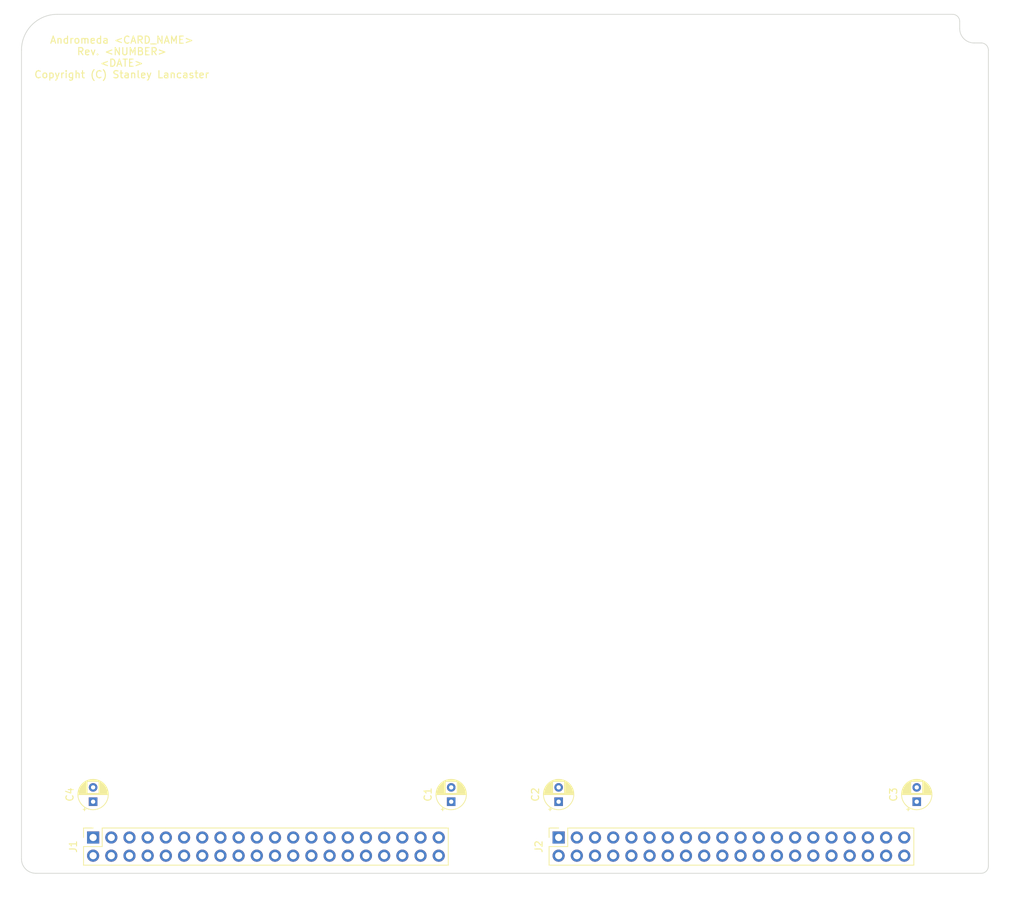
<source format=kicad_pcb>
(kicad_pcb (version 20211014) (generator pcbnew)
  (layers (0 "F.Cu" signal) (31 "B.Cu" signal) (34 "B.Paste" user) (35 "F.Paste" user) (36 "B.SilkS" user "B.Silkscreen") (37 "F.SilkS" user "F.Silkscreen") (38 "B.Mask" user) (39 "F.Mask" user) (44 "Edge.Cuts" user))
  (net 0 "")
  (net 1 "VCC")
  (net 2 "GND")
  (net 3 "/A2")
  (net 4 "/A39")
  (net 5 "/A3")
  (net 6 "/A38")
  (net 7 "/A4")
  (net 8 "/A37")
  (net 9 "/A5")
  (net 10 "/A36")
  (net 11 "/A6")
  (net 12 "/A35")
  (net 13 "/A7")
  (net 14 "/A34")
  (net 15 "/A8")
  (net 16 "/A33")
  (net 17 "/A9")
  (net 18 "/A32")
  (net 19 "/A10")
  (net 20 "/A31")
  (net 21 "/A11")
  (net 22 "/A30")
  (net 23 "/A12")
  (net 24 "/A29")
  (net 25 "/A13")
  (net 26 "/A28")
  (net 27 "/A14")
  (net 28 "/A27")
  (net 29 "/A15")
  (net 30 "/A26")
  (net 31 "/A16")
  (net 32 "/A25")
  (net 33 "/A17")
  (net 34 "/A24")
  (net 35 "/A18")
  (net 36 "/A23")
  (net 37 "/A19")
  (net 38 "/A22")
  (net 39 "/B2")
  (net 40 "/B39")
  (net 41 "/B3")
  (net 42 "/B38")
  (net 43 "/B4")
  (net 44 "/B37")
  (net 45 "/B5")
  (net 46 "/B36")
  (net 47 "/B6")
  (net 48 "/B35")
  (net 49 "/B7")
  (net 50 "/B34")
  (net 51 "/B8")
  (net 52 "/B33")
  (net 53 "/B9")
  (net 54 "/B32")
  (net 55 "/B10")
  (net 56 "/B31")
  (net 57 "/B11")
  (net 58 "/B30")
  (net 59 "/B12")
  (net 60 "/B29")
  (net 61 "/B13")
  (net 62 "/B28")
  (net 63 "/B14")
  (net 64 "/B27")
  (net 65 "/B15")
  (net 66 "/B26")
  (net 67 "/B16")
  (net 68 "/B25")
  (net 69 "/B17")
  (net 70 "/B24")
  (net 71 "/B18")
  (net 72 "/B23")
  (net 73 "/B19")
  (net 74 "/B22")
  (footprint "Capacitor_THT:CP_Radial_D4.0mm_P2.00mm" (layer "F.Cu") (at 130 145 90)
    (fp_text reference "C2" (at 1 -3.25 90) (layer "F.SilkS"))
    (fp_text value "22uf")
    (fp_line (start 1.921 -1.87) (end 1.921 -0.84) (layer "F.SilkS") (width 0.12))
    (fp_line (start 1.56 -2.005) (end 1.56 -0.84) (layer "F.SilkS") (width 0.12))
    (fp_line (start 3.041 -0.537) (end 3.041 0.537) (layer "F.SilkS") (width 0.12))
    (fp_line (start 2.801 -1.08) (end 2.801 -0.84) (layer "F.SilkS") (width 0.12))
    (fp_line (start 2.081 0.84) (end 2.081 1.785) (layer "F.SilkS") (width 0.12))
    (fp_line (start 1.881 0.84) (end 1.881 1.889) (layer "F.SilkS") (width 0.12))
    (fp_line (start 2.601 0.84) (end 2.601 1.351) (layer "F.SilkS") (width 0.12))
    (fp_line (start 1.801 -1.924) (end 1.801 -0.84) (layer "F.SilkS") (width 0.12))
    (fp_line (start 2.121 0.84) (end 2.121 1.76) (layer "F.SilkS") (width 0.12))
    (fp_line (start 2.521 -1.438) (end 2.521 -0.84) (layer "F.SilkS") (width 0.12))
    (fp_line (start 1.6 -1.994) (end 1.6 -0.84) (layer "F.SilkS") (width 0.12))
    (fp_line (start 2.641 0.84) (end 2.641 1.304) (layer "F.SilkS") (width 0.12))
    (fp_line (start 1.44 0.84) (end 1.44 2.034) (layer "F.SilkS") (width 0.12))
    (fp_line (start -1.269801 -1.195) (end -0.869801 -1.195) (layer "F.SilkS") (width 0.12))
    (fp_line (start 1.08 -2.079) (end 1.08 2.079) (layer "F.SilkS") (width 0.12))
    (fp_line (start 1.28 -2.062) (end 1.28 -0.84) (layer "F.SilkS") (width 0.12))
    (fp_line (start 1.2 -2.071) (end 1.2 -0.84) (layer "F.SilkS") (width 0.12))
    (fp_line (start 1.12 -2.077) (end 1.12 2.077) (layer "F.SilkS") (width 0.12))
    (fp_line (start 1.961 0.84) (end 1.961 1.851) (layer "F.SilkS") (width 0.12))
    (fp_line (start 2.681 0.84) (end 2.681 1.254) (layer "F.SilkS") (width 0.12))
    (fp_line (start 1.52 0.84) (end 1.52 2.016) (layer "F.SilkS") (width 0.12))
    (fp_line (start 2.401 0.84) (end 2.401 1.552) (layer "F.SilkS") (width 0.12))
    (fp_line (start 2.241 0.84) (end 2.241 1.68) (layer "F.SilkS") (width 0.12))
    (fp_line (start 1.24 0.84) (end 1.24 2.067) (layer "F.SilkS") (width 0.12))
    (fp_line (start 2.761 0.84) (end 2.761 1.142) (layer "F.SilkS") (width 0.12))
    (fp_line (start 3.001 -0.664) (end 3.001 0.664) (layer "F.SilkS") (width 0.12))
    (fp_line (start 2.361 0.84) (end 2.361 1.587) (layer "F.SilkS") (width 0.12))
    (fp_line (start 1.32 0.84) (end 1.32 2.056) (layer "F.SilkS") (width 0.12))
    (fp_line (start 2.641 -1.304) (end 2.641 -0.84) (layer "F.SilkS") (width 0.12))
    (fp_line (start 2.721 -1.2) (end 2.721 -0.84) (layer "F.SilkS") (width 0.12))
    (fp_line (start -1.069801 -1.395) (end -1.069801 -0.995) (layer "F.SilkS") (width 0.12))
    (fp_line (start 2.041 -1.808) (end 2.041 -0.84) (layer "F.SilkS") (width 0.12))
    (fp_line (start 1.68 -1.968) (end 1.68 -0.84) (layer "F.SilkS") (width 0.12))
    (fp_line (start 2.001 -1.83) (end 2.001 -0.84) (layer "F.SilkS") (width 0.12))
    (fp_line (start 2.441 0.84) (end 2.441 1.516) (layer "F.SilkS") (width 0.12))
    (fp_line (start 1.64 0.84) (end 1.64 1.982) (layer "F.SilkS") (width 0.12))
    (fp_line (start 1.64 -1.982) (end 1.64 -0.84) (layer "F.SilkS") (width 0.12))
    (fp_line (start 2.801 0.84) (end 2.801 1.08) (layer "F.SilkS") (width 0.12))
    (fp_line (start 2.441 -1.516) (end 2.441 -0.84) (layer "F.SilkS") (width 0.12))
    (fp_line (start 2.201 0.84) (end 2.201 1.708) (layer "F.SilkS") (width 0.12))
    (fp_line (start 2.001 0.84) (end 2.001 1.83) (layer "F.SilkS") (width 0.12))
    (fp_line (start 1.961 -1.851) (end 1.961 -0.84) (layer "F.SilkS") (width 0.12))
    (fp_line (start 2.361 -1.587) (end 2.361 -0.84) (layer "F.SilkS") (width 0.12))
    (fp_line (start 1.6 0.84) (end 1.6 1.994) (layer "F.SilkS") (width 0.12))
    (fp_line (start 2.161 0.84) (end 2.161 1.735) (layer "F.SilkS") (width 0.12))
    (fp_line (start 2.481 -1.478) (end 2.481 -0.84) (layer "F.SilkS") (width 0.12))
    (fp_line (start 1.801 0.84) (end 1.801 1.924) (layer "F.SilkS") (width 0.12))
    (fp_line (start 2.041 0.84) (end 2.041 1.808) (layer "F.SilkS") (width 0.12))
    (fp_line (start 1.04 -2.08) (end 1.04 2.08) (layer "F.SilkS") (width 0.12))
    (fp_line (start 2.081 -1.785) (end 2.081 -0.84) (layer "F.SilkS") (width 0.12))
    (fp_line (start 1.16 -2.074) (end 1.16 2.074) (layer "F.SilkS") (width 0.12))
    (fp_line (start 1.721 0.84) (end 1.721 1.954) (layer "F.SilkS") (width 0.12))
    (fp_line (start 2.121 -1.76) (end 2.121 -0.84) (layer "F.SilkS") (width 0.12))
    (fp_line (start 1.52 -2.016) (end 1.52 -0.84) (layer "F.SilkS") (width 0.12))
    (fp_line (start 3.081 -0.37) (end 3.081 0.37) (layer "F.SilkS") (width 0.12))
    (fp_line (start 1.2 0.84) (end 1.2 2.071) (layer "F.SilkS") (width 0.12))
    (fp_line (start 1.56 0.84) (end 1.56 2.005) (layer "F.SilkS") (width 0.12))
    (fp_line (start 1.48 -2.025) (end 1.48 -0.84) (layer "F.SilkS") (width 0.12))
    (fp_line (start 2.881 -0.94) (end 2.881 0.94) (layer "F.SilkS") (width 0.12))
    (fp_line (start 1.32 -2.056) (end 1.32 -0.84) (layer "F.SilkS") (width 0.12))
    (fp_line (start 2.241 -1.68) (end 2.241 -0.84) (layer "F.SilkS") (width 0.12))
    (fp_line (start 2.281 -1.65) (end 2.281 -0.84) (layer "F.SilkS") (width 0.12))
    (fp_line (start 2.561 -1.396) (end 2.561 -0.84) (layer "F.SilkS") (width 0.12))
    (fp_line (start 2.321 -1.619) (end 2.321 -0.84) (layer "F.SilkS") (width 0.12))
    (fp_line (start 1.841 -1.907) (end 1.841 -0.84) (layer "F.SilkS") (width 0.12))
    (fp_line (start 1.761 -1.94) (end 1.761 -0.84) (layer "F.SilkS") (width 0.12))
    (fp_line (start 2.321 0.84) (end 2.321 1.619) (layer "F.SilkS") (width 0.12))
    (fp_line (start 2.481 0.84) (end 2.481 1.478) (layer "F.SilkS") (width 0.12))
    (fp_line (start 1.721 -1.954) (end 1.721 -0.84) (layer "F.SilkS") (width 0.12))
    (fp_line (start 2.601 -1.351) (end 2.601 -0.84) (layer "F.SilkS") (width 0.12))
    (fp_line (start 2.281 0.84) (end 2.281 1.65) (layer "F.SilkS") (width 0.12))
    (fp_line (start 1.4 0.84) (end 1.4 2.042) (layer "F.SilkS") (width 0.12))
    (fp_line (start 2.721 0.84) (end 2.721 1.2) (layer "F.SilkS") (width 0.12))
    (fp_line (start 2.841 -1.013) (end 2.841 1.013) (layer "F.SilkS") (width 0.12))
    (fp_line (start 1.44 -2.034) (end 1.44 -0.84) (layer "F.SilkS") (width 0.12))
    (fp_line (start 2.921 -0.859) (end 2.921 0.859) (layer "F.SilkS") (width 0.12))
    (fp_line (start 1.4 -2.042) (end 1.4 -0.84) (layer "F.SilkS") (width 0.12))
    (fp_line (start 2.961 -0.768) (end 2.961 0.768) (layer "F.SilkS") (width 0.12))
    (fp_line (start 2.401 -1.552) (end 2.401 -0.84) (layer "F.SilkS") (width 0.12))
    (fp_line (start 1.36 -2.05) (end 1.36 -0.84) (layer "F.SilkS") (width 0.12))
    (fp_line (start 1.48 0.84) (end 1.48 2.025) (layer "F.SilkS") (width 0.12))
    (fp_line (start 2.161 -1.735) (end 2.161 -0.84) (layer "F.SilkS") (width 0.12))
    (fp_line (start 1.761 0.84) (end 1.761 1.94) (layer "F.SilkS") (width 0.12))
    (fp_line (start 1.881 -1.889) (end 1.881 -0.84) (layer "F.SilkS") (width 0.12))
    (fp_line (start 1 -2.08) (end 1 2.08) (layer "F.SilkS") (width 0.12))
    (fp_line (start 1.24 -2.067) (end 1.24 -0.84) (layer "F.SilkS") (width 0.12))
    (fp_line (start 1.841 0.84) (end 1.841 1.907) (layer "F.SilkS") (width 0.12))
    (fp_line (start 2.761 -1.142) (end 2.761 -0.84) (layer "F.SilkS") (width 0.12))
    (fp_line (start 2.561 0.84) (end 2.561 1.396) (layer "F.SilkS") (width 0.12))
    (fp_line (start 2.521 0.84) (end 2.521 1.438) (layer "F.SilkS") (width 0.12))
    (fp_line (start 1.921 0.84) (end 1.921 1.87) (layer "F.SilkS") (width 0.12))
    (fp_line (start 2.681 -1.254) (end 2.681 -0.84) (layer "F.SilkS") (width 0.12))
    (fp_line (start 1.68 0.84) (end 1.68 1.968) (layer "F.SilkS") (width 0.12))
    (fp_line (start 2.201 -1.708) (end 2.201 -0.84) (layer "F.SilkS") (width 0.12))
    (fp_line (start 1.28 0.84) (end 1.28 2.062) (layer "F.SilkS") (width 0.12))
    (fp_line (start 1.36 0.84) (end 1.36 2.05) (layer "F.SilkS") (width 0.12))
    (fp_circle (center 1 0) (end 3.12 0) (layer "F.SilkS") (width 0.12) (fill none))
    (pad "1" thru_hole rect (at 0 0 90) (size 1.2 1.2) (drill 0.6) (layers *.Cu *.Mask) (net 1 "VCC"))
    (pad "2" thru_hole circle (at 2 0 90) (size 1.2 1.2) (drill 0.6) (layers *.Cu *.Mask) (net 2 "GND"))
  )
  (footprint "Connector_PinSocket_2.54mm:PinSocket_2x20_P2.54mm_Vertical" (layer "F.Cu") (at 130 150 90)
    (fp_text reference "J2" (at -1.27 -2.77 90) (layer "F.SilkS"))
    (fp_text value "Conn_02x20_Odd_Even")
    (fp_line (start 1.33 1.27) (end 1.33 49.59) (layer "F.SilkS") (width 0.12))
    (fp_line (start 0 -1.33) (end 1.33 -1.33) (layer "F.SilkS") (width 0.12))
    (fp_line (start -3.87 49.59) (end 1.33 49.59) (layer "F.SilkS") (width 0.12))
    (fp_line (start -1.27 1.27) (end 1.33 1.27) (layer "F.SilkS") (width 0.12))
    (fp_line (start -1.27 -1.33) (end -1.27 1.27) (layer "F.SilkS") (width 0.12))
    (fp_line (start -3.87 -1.33) (end -3.87 49.59) (layer "F.SilkS") (width 0.12))
    (fp_line (start 1.33 -1.33) (end 1.33 0) (layer "F.SilkS") (width 0.12))
    (fp_line (start -3.87 -1.33) (end -1.27 -1.33) (layer "F.SilkS") (width 0.12))
    (pad "1" thru_hole rect (at 0 0 90) (size 1.7 1.7) (drill 1) (layers *.Cu *.Mask) (net 1 "VCC"))
    (pad "2" thru_hole oval (at -2.54 0 90) (size 1.7 1.7) (drill 1) (layers *.Cu *.Mask) (net 1 "VCC"))
    (pad "3" thru_hole oval (at 0 2.54 90) (size 1.7 1.7) (drill 1) (layers *.Cu *.Mask) (net 39 "/B2"))
    (pad "4" thru_hole oval (at -2.54 2.54 90) (size 1.7 1.7) (drill 1) (layers *.Cu *.Mask) (net 40 "/B39"))
    (pad "5" thru_hole oval (at 0 5.08 90) (size 1.7 1.7) (drill 1) (layers *.Cu *.Mask) (net 41 "/B3"))
    (pad "6" thru_hole oval (at -2.54 5.08 90) (size 1.7 1.7) (drill 1) (layers *.Cu *.Mask) (net 42 "/B38"))
    (pad "7" thru_hole oval (at 0 7.62 90) (size 1.7 1.7) (drill 1) (layers *.Cu *.Mask) (net 43 "/B4"))
    (pad "8" thru_hole oval (at -2.54 7.62 90) (size 1.7 1.7) (drill 1) (layers *.Cu *.Mask) (net 44 "/B37"))
    (pad "9" thru_hole oval (at 0 10.16 90) (size 1.7 1.7) (drill 1) (layers *.Cu *.Mask) (net 45 "/B5"))
    (pad "10" thru_hole oval (at -2.54 10.16 90) (size 1.7 1.7) (drill 1) (layers *.Cu *.Mask) (net 46 "/B36"))
    (pad "11" thru_hole oval (at 0 12.7 90) (size 1.7 1.7) (drill 1) (layers *.Cu *.Mask) (net 47 "/B6"))
    (pad "12" thru_hole oval (at -2.54 12.7 90) (size 1.7 1.7) (drill 1) (layers *.Cu *.Mask) (net 48 "/B35"))
    (pad "13" thru_hole oval (at 0 15.24 90) (size 1.7 1.7) (drill 1) (layers *.Cu *.Mask) (net 49 "/B7"))
    (pad "14" thru_hole oval (at -2.54 15.24 90) (size 1.7 1.7) (drill 1) (layers *.Cu *.Mask) (net 50 "/B34"))
    (pad "15" thru_hole oval (at 0 17.78 90) (size 1.7 1.7) (drill 1) (layers *.Cu *.Mask) (net 51 "/B8"))
    (pad "16" thru_hole oval (at -2.54 17.78 90) (size 1.7 1.7) (drill 1) (layers *.Cu *.Mask) (net 52 "/B33"))
    (pad "17" thru_hole oval (at 0 20.32 90) (size 1.7 1.7) (drill 1) (layers *.Cu *.Mask) (net 53 "/B9"))
    (pad "18" thru_hole oval (at -2.54 20.32 90) (size 1.7 1.7) (drill 1) (layers *.Cu *.Mask) (net 54 "/B32"))
    (pad "19" thru_hole oval (at 0 22.86 90) (size 1.7 1.7) (drill 1) (layers *.Cu *.Mask) (net 55 "/B10"))
    (pad "20" thru_hole oval (at -2.54 22.86 90) (size 1.7 1.7) (drill 1) (layers *.Cu *.Mask) (net 56 "/B31"))
    (pad "21" thru_hole oval (at 0 25.4 90) (size 1.7 1.7) (drill 1) (layers *.Cu *.Mask) (net 57 "/B11"))
    (pad "22" thru_hole oval (at -2.54 25.4 90) (size 1.7 1.7) (drill 1) (layers *.Cu *.Mask) (net 58 "/B30"))
    (pad "23" thru_hole oval (at 0 27.94 90) (size 1.7 1.7) (drill 1) (layers *.Cu *.Mask) (net 59 "/B12"))
    (pad "24" thru_hole oval (at -2.54 27.94 90) (size 1.7 1.7) (drill 1) (layers *.Cu *.Mask) (net 60 "/B29"))
    (pad "25" thru_hole oval (at 0 30.48 90) (size 1.7 1.7) (drill 1) (layers *.Cu *.Mask) (net 61 "/B13"))
    (pad "26" thru_hole oval (at -2.54 30.48 90) (size 1.7 1.7) (drill 1) (layers *.Cu *.Mask) (net 62 "/B28"))
    (pad "27" thru_hole oval (at 0 33.02 90) (size 1.7 1.7) (drill 1) (layers *.Cu *.Mask) (net 63 "/B14"))
    (pad "28" thru_hole oval (at -2.54 33.02 90) (size 1.7 1.7) (drill 1) (layers *.Cu *.Mask) (net 64 "/B27"))
    (pad "29" thru_hole oval (at 0 35.56 90) (size 1.7 1.7) (drill 1) (layers *.Cu *.Mask) (net 65 "/B15"))
    (pad "30" thru_hole oval (at -2.54 35.56 90) (size 1.7 1.7) (drill 1) (layers *.Cu *.Mask) (net 66 "/B26"))
    (pad "31" thru_hole oval (at 0 38.1 90) (size 1.7 1.7) (drill 1) (layers *.Cu *.Mask) (net 67 "/B16"))
    (pad "32" thru_hole oval (at -2.54 38.1 90) (size 1.7 1.7) (drill 1) (layers *.Cu *.Mask) (net 68 "/B25"))
    (pad "33" thru_hole oval (at 0 40.64 90) (size 1.7 1.7) (drill 1) (layers *.Cu *.Mask) (net 69 "/B17"))
    (pad "34" thru_hole oval (at -2.54 40.64 90) (size 1.7 1.7) (drill 1) (layers *.Cu *.Mask) (net 70 "/B24"))
    (pad "35" thru_hole oval (at 0 43.18 90) (size 1.7 1.7) (drill 1) (layers *.Cu *.Mask) (net 71 "/B18"))
    (pad "36" thru_hole oval (at -2.54 43.18 90) (size 1.7 1.7) (drill 1) (layers *.Cu *.Mask) (net 72 "/B23"))
    (pad "37" thru_hole oval (at 0 45.72 90) (size 1.7 1.7) (drill 1) (layers *.Cu *.Mask) (net 73 "/B19"))
    (pad "38" thru_hole oval (at -2.54 45.72 90) (size 1.7 1.7) (drill 1) (layers *.Cu *.Mask) (net 74 "/B22"))
    (pad "39" thru_hole oval (at 0 48.26 90) (size 1.7 1.7) (drill 1) (layers *.Cu *.Mask) (net 2 "GND"))
    (pad "40" thru_hole oval (at -2.54 48.26 90) (size 1.7 1.7) (drill 1) (layers *.Cu *.Mask) (net 2 "GND"))
  )
  (footprint "Capacitor_THT:CP_Radial_D4.0mm_P2.00mm" (layer "F.Cu") (at 65 145 90)
    (fp_text reference "C4" (at 1 -3.25 90) (layer "F.SilkS"))
    (fp_text value "22uf")
    (fp_line (start 1.2 -2.071) (end 1.2 -0.84) (layer "F.SilkS") (width 0.12))
    (fp_line (start 2.041 0.84) (end 2.041 1.808) (layer "F.SilkS") (width 0.12))
    (fp_line (start 2.281 0.84) (end 2.281 1.65) (layer "F.SilkS") (width 0.12))
    (fp_line (start 2.201 0.84) (end 2.201 1.708) (layer "F.SilkS") (width 0.12))
    (fp_line (start 2.241 -1.68) (end 2.241 -0.84) (layer "F.SilkS") (width 0.12))
    (fp_line (start 2.601 -1.351) (end 2.601 -0.84) (layer "F.SilkS") (width 0.12))
    (fp_line (start 2.641 0.84) (end 2.641 1.304) (layer "F.SilkS") (width 0.12))
    (fp_line (start 1.2 0.84) (end 1.2 2.071) (layer "F.SilkS") (width 0.12))
    (fp_line (start 2.201 -1.708) (end 2.201 -0.84) (layer "F.SilkS") (width 0.12))
    (fp_line (start 2.361 -1.587) (end 2.361 -0.84) (layer "F.SilkS") (width 0.12))
    (fp_line (start 1.36 0.84) (end 1.36 2.05) (layer "F.SilkS") (width 0.12))
    (fp_line (start 1.841 -1.907) (end 1.841 -0.84) (layer "F.SilkS") (width 0.12))
    (fp_line (start 3.001 -0.664) (end 3.001 0.664) (layer "F.SilkS") (width 0.12))
    (fp_line (start 1.68 0.84) (end 1.68 1.968) (layer "F.SilkS") (width 0.12))
    (fp_line (start 1.16 -2.074) (end 1.16 2.074) (layer "F.SilkS") (width 0.12))
    (fp_line (start 1.64 -1.982) (end 1.64 -0.84) (layer "F.SilkS") (width 0.12))
    (fp_line (start 1.56 0.84) (end 1.56 2.005) (layer "F.SilkS") (width 0.12))
    (fp_line (start 1.721 -1.954) (end 1.721 -0.84) (layer "F.SilkS") (width 0.12))
    (fp_line (start 2.761 0.84) (end 2.761 1.142) (layer "F.SilkS") (width 0.12))
    (fp_line (start 1.24 -2.067) (end 1.24 -0.84) (layer "F.SilkS") (width 0.12))
    (fp_line (start 2.321 0.84) (end 2.321 1.619) (layer "F.SilkS") (width 0.12))
    (fp_line (start 1.921 0.84) (end 1.921 1.87) (layer "F.SilkS") (width 0.12))
    (fp_line (start 1.48 0.84) (end 1.48 2.025) (layer "F.SilkS") (width 0.12))
    (fp_line (start 2.801 -1.08) (end 2.801 -0.84) (layer "F.SilkS") (width 0.12))
    (fp_line (start 1.68 -1.968) (end 1.68 -0.84) (layer "F.SilkS") (width 0.12))
    (fp_line (start 1.04 -2.08) (end 1.04 2.08) (layer "F.SilkS") (width 0.12))
    (fp_line (start 1.841 0.84) (end 1.841 1.907) (layer "F.SilkS") (width 0.12))
    (fp_line (start 2.241 0.84) (end 2.241 1.68) (layer "F.SilkS") (width 0.12))
    (fp_line (start 1.881 -1.889) (end 1.881 -0.84) (layer "F.SilkS") (width 0.12))
    (fp_line (start 2.521 0.84) (end 2.521 1.438) (layer "F.SilkS") (width 0.12))
    (fp_line (start 2.921 -0.859) (end 2.921 0.859) (layer "F.SilkS") (width 0.12))
    (fp_line (start 1.6 0.84) (end 1.6 1.994) (layer "F.SilkS") (width 0.12))
    (fp_line (start 1.761 -1.94) (end 1.761 -0.84) (layer "F.SilkS") (width 0.12))
    (fp_line (start 2.361 0.84) (end 2.361 1.587) (layer "F.SilkS") (width 0.12))
    (fp_line (start 1.961 0.84) (end 1.961 1.851) (layer "F.SilkS") (width 0.12))
    (fp_line (start 1.24 0.84) (end 1.24 2.067) (layer "F.SilkS") (width 0.12))
    (fp_line (start 2.561 0.84) (end 2.561 1.396) (layer "F.SilkS") (width 0.12))
    (fp_line (start 1.48 -2.025) (end 1.48 -0.84) (layer "F.SilkS") (width 0.12))
    (fp_line (start 2.281 -1.65) (end 2.281 -0.84) (layer "F.SilkS") (width 0.12))
    (fp_line (start 2.401 -1.552) (end 2.401 -0.84) (layer "F.SilkS") (width 0.12))
    (fp_line (start 1.4 0.84) (end 1.4 2.042) (layer "F.SilkS") (width 0.12))
    (fp_line (start 1.801 0.84) (end 1.801 1.924) (layer "F.SilkS") (width 0.12))
    (fp_line (start 1.64 0.84) (end 1.64 1.982) (layer "F.SilkS") (width 0.12))
    (fp_line (start 2.721 -1.2) (end 2.721 -0.84) (layer "F.SilkS") (width 0.12))
    (fp_line (start 1.32 -2.056) (end 1.32 -0.84) (layer "F.SilkS") (width 0.12))
    (fp_line (start 1.4 -2.042) (end 1.4 -0.84) (layer "F.SilkS") (width 0.12))
    (fp_line (start 2.441 0.84) (end 2.441 1.516) (layer "F.SilkS") (width 0.12))
    (fp_line (start 1.52 0.84) (end 1.52 2.016) (layer "F.SilkS") (width 0.12))
    (fp_line (start 2.001 0.84) (end 2.001 1.83) (layer "F.SilkS") (width 0.12))
    (fp_line (start 2.681 -1.254) (end 2.681 -0.84) (layer "F.SilkS") (width 0.12))
    (fp_line (start 1.761 0.84) (end 1.761 1.94) (layer "F.SilkS") (width 0.12))
    (fp_line (start 1.801 -1.924) (end 1.801 -0.84) (layer "F.SilkS") (width 0.12))
    (fp_line (start 2.961 -0.768) (end 2.961 0.768) (layer "F.SilkS") (width 0.12))
    (fp_line (start 1.721 0.84) (end 1.721 1.954) (layer "F.SilkS") (width 0.12))
    (fp_line (start 2.121 0.84) (end 2.121 1.76) (layer "F.SilkS") (width 0.12))
    (fp_line (start 3.081 -0.37) (end 3.081 0.37) (layer "F.SilkS") (width 0.12))
    (fp_line (start 1.44 -2.034) (end 1.44 -0.84) (layer "F.SilkS") (width 0.12))
    (fp_line (start 2.761 -1.142) (end 2.761 -0.84) (layer "F.SilkS") (width 0.12))
    (fp_line (start 1.36 -2.05) (end 1.36 -0.84) (layer "F.SilkS") (width 0.12))
    (fp_line (start 2.081 -1.785) (end 2.081 -0.84) (layer "F.SilkS") (width 0.12))
    (fp_line (start 2.401 0.84) (end 2.401 1.552) (layer "F.SilkS") (width 0.12))
    (fp_line (start -1.269801 -1.195) (end -0.869801 -1.195) (layer "F.SilkS") (width 0.12))
    (fp_line (start 2.521 -1.438) (end 2.521 -0.84) (layer "F.SilkS") (width 0.12))
    (fp_line (start 1.28 0.84) (end 1.28 2.062) (layer "F.SilkS") (width 0.12))
    (fp_line (start 1 -2.08) (end 1 2.08) (layer "F.SilkS") (width 0.12))
    (fp_line (start 2.801 0.84) (end 2.801 1.08) (layer "F.SilkS") (width 0.12))
    (fp_line (start 2.601 0.84) (end 2.601 1.351) (layer "F.SilkS") (width 0.12))
    (fp_line (start 2.841 -1.013) (end 2.841 1.013) (layer "F.SilkS") (width 0.12))
    (fp_line (start 1.12 -2.077) (end 1.12 2.077) (layer "F.SilkS") (width 0.12))
    (fp_line (start 1.44 0.84) (end 1.44 2.034) (layer "F.SilkS") (width 0.12))
    (fp_line (start 1.28 -2.062) (end 1.28 -0.84) (layer "F.SilkS") (width 0.12))
    (fp_line (start 1.961 -1.851) (end 1.961 -0.84) (layer "F.SilkS") (width 0.12))
    (fp_line (start 2.321 -1.619) (end 2.321 -0.84) (layer "F.SilkS") (width 0.12))
    (fp_line (start 1.881 0.84) (end 1.881 1.889) (layer "F.SilkS") (width 0.12))
    (fp_line (start 2.041 -1.808) (end 2.041 -0.84) (layer "F.SilkS") (width 0.12))
    (fp_line (start 2.561 -1.396) (end 2.561 -0.84) (layer "F.SilkS") (width 0.12))
    (fp_line (start 2.441 -1.516) (end 2.441 -0.84) (layer "F.SilkS") (width 0.12))
    (fp_line (start 1.6 -1.994) (end 1.6 -0.84) (layer "F.SilkS") (width 0.12))
    (fp_line (start 2.161 0.84) (end 2.161 1.735) (layer "F.SilkS") (width 0.12))
    (fp_line (start 2.641 -1.304) (end 2.641 -0.84) (layer "F.SilkS") (width 0.12))
    (fp_line (start 2.481 -1.478) (end 2.481 -0.84) (layer "F.SilkS") (width 0.12))
    (fp_line (start 1.921 -1.87) (end 1.921 -0.84) (layer "F.SilkS") (width 0.12))
    (fp_line (start 2.121 -1.76) (end 2.121 -0.84) (layer "F.SilkS") (width 0.12))
    (fp_line (start -1.069801 -1.395) (end -1.069801 -0.995) (layer "F.SilkS") (width 0.12))
    (fp_line (start 2.081 0.84) (end 2.081 1.785) (layer "F.SilkS") (width 0.12))
    (fp_line (start 1.52 -2.016) (end 1.52 -0.84) (layer "F.SilkS") (width 0.12))
    (fp_line (start 2.681 0.84) (end 2.681 1.254) (layer "F.SilkS") (width 0.12))
    (fp_line (start 2.001 -1.83) (end 2.001 -0.84) (layer "F.SilkS") (width 0.12))
    (fp_line (start 2.881 -0.94) (end 2.881 0.94) (layer "F.SilkS") (width 0.12))
    (fp_line (start 2.481 0.84) (end 2.481 1.478) (layer "F.SilkS") (width 0.12))
    (fp_line (start 2.161 -1.735) (end 2.161 -0.84) (layer "F.SilkS") (width 0.12))
    (fp_line (start 1.56 -2.005) (end 1.56 -0.84) (layer "F.SilkS") (width 0.12))
    (fp_line (start 1.32 0.84) (end 1.32 2.056) (layer "F.SilkS") (width 0.12))
    (fp_line (start 3.041 -0.537) (end 3.041 0.537) (layer "F.SilkS") (width 0.12))
    (fp_line (start 1.08 -2.079) (end 1.08 2.079) (layer "F.SilkS") (width 0.12))
    (fp_line (start 2.721 0.84) (end 2.721 1.2) (layer "F.SilkS") (width 0.12))
    (fp_circle (center 1 0) (end 3.12 0) (layer "F.SilkS") (width 0.12) (fill none))
    (pad "1" thru_hole rect (at 0 0 90) (size 1.2 1.2) (drill 0.6) (layers *.Cu *.Mask) (net 1 "VCC"))
    (pad "2" thru_hole circle (at 2 0 90) (size 1.2 1.2) (drill 0.6) (layers *.Cu *.Mask) (net 2 "GND"))
  )
  (footprint "Connector_PinSocket_2.54mm:PinSocket_2x20_P2.54mm_Vertical" (layer "F.Cu") (at 65 150 90)
    (fp_text reference "J1" (at -1.27 -2.77 90) (layer "F.SilkS"))
    (fp_text value "Conn_02x20_Odd_Even")
    (fp_line (start -3.87 -1.33) (end -1.27 -1.33) (layer "F.SilkS") (width 0.12))
    (fp_line (start -3.87 -1.33) (end -3.87 49.59) (layer "F.SilkS") (width 0.12))
    (fp_line (start -3.87 49.59) (end 1.33 49.59) (layer "F.SilkS") (width 0.12))
    (fp_line (start -1.27 -1.33) (end -1.27 1.27) (layer "F.SilkS") (width 0.12))
    (fp_line (start 0 -1.33) (end 1.33 -1.33) (layer "F.SilkS") (width 0.12))
    (fp_line (start 1.33 1.27) (end 1.33 49.59) (layer "F.SilkS") (width 0.12))
    (fp_line (start 1.33 -1.33) (end 1.33 0) (layer "F.SilkS") (width 0.12))
    (fp_line (start -1.27 1.27) (end 1.33 1.27) (layer "F.SilkS") (width 0.12))
    (pad "1" thru_hole rect (at 0 0 90) (size 1.7 1.7) (drill 1) (layers *.Cu *.Mask) (net 1 "VCC"))
    (pad "2" thru_hole oval (at -2.54 0 90) (size 1.7 1.7) (drill 1) (layers *.Cu *.Mask) (net 1 "VCC"))
    (pad "3" thru_hole oval (at 0 2.54 90) (size 1.7 1.7) (drill 1) (layers *.Cu *.Mask) (net 3 "/A2"))
    (pad "4" thru_hole oval (at -2.54 2.54 90) (size 1.7 1.7) (drill 1) (layers *.Cu *.Mask) (net 4 "/A39"))
    (pad "5" thru_hole oval (at 0 5.08 90) (size 1.7 1.7) (drill 1) (layers *.Cu *.Mask) (net 5 "/A3"))
    (pad "6" thru_hole oval (at -2.54 5.08 90) (size 1.7 1.7) (drill 1) (layers *.Cu *.Mask) (net 6 "/A38"))
    (pad "7" thru_hole oval (at 0 7.62 90) (size 1.7 1.7) (drill 1) (layers *.Cu *.Mask) (net 7 "/A4"))
    (pad "8" thru_hole oval (at -2.54 7.62 90) (size 1.7 1.7) (drill 1) (layers *.Cu *.Mask) (net 8 "/A37"))
    (pad "9" thru_hole oval (at 0 10.16 90) (size 1.7 1.7) (drill 1) (layers *.Cu *.Mask) (net 9 "/A5"))
    (pad "10" thru_hole oval (at -2.54 10.16 90) (size 1.7 1.7) (drill 1) (layers *.Cu *.Mask) (net 10 "/A36"))
    (pad "11" thru_hole oval (at 0 12.7 90) (size 1.7 1.7) (drill 1) (layers *.Cu *.Mask) (net 11 "/A6"))
    (pad "12" thru_hole oval (at -2.54 12.7 90) (size 1.7 1.7) (drill 1) (layers *.Cu *.Mask) (net 12 "/A35"))
    (pad "13" thru_hole oval (at 0 15.24 90) (size 1.7 1.7) (drill 1) (layers *.Cu *.Mask) (net 13 "/A7"))
    (pad "14" thru_hole oval (at -2.54 15.24 90) (size 1.7 1.7) (drill 1) (layers *.Cu *.Mask) (net 14 "/A34"))
    (pad "15" thru_hole oval (at 0 17.78 90) (size 1.7 1.7) (drill 1) (layers *.Cu *.Mask) (net 15 "/A8"))
    (pad "16" thru_hole oval (at -2.54 17.78 90) (size 1.7 1.7) (drill 1) (layers *.Cu *.Mask) (net 16 "/A33"))
    (pad "17" thru_hole oval (at 0 20.32 90) (size 1.7 1.7) (drill 1) (layers *.Cu *.Mask) (net 17 "/A9"))
    (pad "18" thru_hole oval (at -2.54 20.32 90) (size 1.7 1.7) (drill 1) (layers *.Cu *.Mask) (net 18 "/A32"))
    (pad "19" thru_hole oval (at 0 22.86 90) (size 1.7 1.7) (drill 1) (layers *.Cu *.Mask) (net 19 "/A10"))
    (pad "20" thru_hole oval (at -2.54 22.86 90) (size 1.7 1.7) (drill 1) (layers *.Cu *.Mask) (net 20 "/A31"))
    (pad "21" thru_hole oval (at 0 25.4 90) (size 1.7 1.7) (drill 1) (layers *.Cu *.Mask) (net 21 "/A11"))
    (pad "22" thru_hole oval (at -2.54 25.4 90) (size 1.7 1.7) (drill 1) (layers *.Cu *.Mask) (net 22 "/A30"))
    (pad "23" thru_hole oval (at 0 27.94 90) (size 1.7 1.7) (drill 1) (layers *.Cu *.Mask) (net 23 "/A12"))
    (pad "24" thru_hole oval (at -2.54 27.94 90) (size 1.7 1.7) (drill 1) (layers *.Cu *.Mask) (net 24 "/A29"))
    (pad "25" thru_hole oval (at 0 30.48 90) (size 1.7 1.7) (drill 1) (layers *.Cu *.Mask) (net 25 "/A13"))
    (pad "26" thru_hole oval (at -2.54 30.48 90) (size 1.7 1.7) (drill 1) (layers *.Cu *.Mask) (net 26 "/A28"))
    (pad "27" thru_hole oval (at 0 33.02 90) (size 1.7 1.7) (drill 1) (layers *.Cu *.Mask) (net 27 "/A14"))
    (pad "28" thru_hole oval (at -2.54 33.02 90) (size 1.7 1.7) (drill 1) (layers *.Cu *.Mask) (net 28 "/A27"))
    (pad "29" thru_hole oval (at 0 35.56 90) (size 1.7 1.7) (drill 1) (layers *.Cu *.Mask) (net 29 "/A15"))
    (pad "30" thru_hole oval (at -2.54 35.56 90) (size 1.7 1.7) (drill 1) (layers *.Cu *.Mask) (net 30 "/A26"))
    (pad "31" thru_hole oval (at 0 38.1 90) (size 1.7 1.7) (drill 1) (layers *.Cu *.Mask) (net 31 "/A16"))
    (pad "32" thru_hole oval (at -2.54 38.1 90) (size 1.7 1.7) (drill 1) (layers *.Cu *.Mask) (net 32 "/A25"))
    (pad "33" thru_hole oval (at 0 40.64 90) (size 1.7 1.7) (drill 1) (layers *.Cu *.Mask) (net 33 "/A17"))
    (pad "34" thru_hole oval (at -2.54 40.64 90) (size 1.7 1.7) (drill 1) (layers *.Cu *.Mask) (net 34 "/A24"))
    (pad "35" thru_hole oval (at 0 43.18 90) (size 1.7 1.7) (drill 1) (layers *.Cu *.Mask) (net 35 "/A18"))
    (pad "36" thru_hole oval (at -2.54 43.18 90) (size 1.7 1.7) (drill 1) (layers *.Cu *.Mask) (net 36 "/A23"))
    (pad "37" thru_hole oval (at 0 45.72 90) (size 1.7 1.7) (drill 1) (layers *.Cu *.Mask) (net 37 "/A19"))
    (pad "38" thru_hole oval (at -2.54 45.72 90) (size 1.7 1.7) (drill 1) (layers *.Cu *.Mask) (net 38 "/A22"))
    (pad "39" thru_hole oval (at 0 48.26 90) (size 1.7 1.7) (drill 1) (layers *.Cu *.Mask) (net 2 "GND"))
    (pad "40" thru_hole oval (at -2.54 48.26 90) (size 1.7 1.7) (drill 1) (layers *.Cu *.Mask) (net 2 "GND"))
  )
  (footprint "Capacitor_THT:CP_Radial_D4.0mm_P2.00mm" (layer "F.Cu") (at 115 145 90)
    (fp_text reference "C1" (at 1 -3.25 90) (layer "F.SilkS"))
    (fp_text value "22uf")
    (fp_line (start 2.081 0.84) (end 2.081 1.785) (layer "F.SilkS") (width 0.12))
    (fp_line (start 2.161 -1.735) (end 2.161 -0.84) (layer "F.SilkS") (width 0.12))
    (fp_line (start 2.921 -0.859) (end 2.921 0.859) (layer "F.SilkS") (width 0.12))
    (fp_line (start 1.68 -1.968) (end 1.68 -0.84) (layer "F.SilkS") (width 0.12))
    (fp_line (start 2.041 0.84) (end 2.041 1.808) (layer "F.SilkS") (width 0.12))
    (fp_line (start 1.24 -2.067) (end 1.24 -0.84) (layer "F.SilkS") (width 0.12))
    (fp_line (start 1.12 -2.077) (end 1.12 2.077) (layer "F.SilkS") (width 0.12))
    (fp_line (start 2.441 -1.516) (end 2.441 -0.84) (layer "F.SilkS") (width 0.12))
    (fp_line (start 2.321 0.84) (end 2.321 1.619) (layer "F.SilkS") (width 0.12))
    (fp_line (start 2.521 0.84) (end 2.521 1.438) (layer "F.SilkS") (width 0.12))
    (fp_line (start 1.32 0.84) (end 1.32 2.056) (layer "F.SilkS") (width 0.12))
    (fp_line (start 1.32 -2.056) (end 1.32 -0.84) (layer "F.SilkS") (width 0.12))
    (fp_line (start 2.161 0.84) (end 2.161 1.735) (layer "F.SilkS") (width 0.12))
    (fp_line (start 2.401 0.84) (end 2.401 1.552) (layer "F.SilkS") (width 0.12))
    (fp_line (start 1.44 -2.034) (end 1.44 -0.84) (layer "F.SilkS") (width 0.12))
    (fp_line (start 1.04 -2.08) (end 1.04 2.08) (layer "F.SilkS") (width 0.12))
    (fp_line (start 1.4 -2.042) (end 1.4 -0.84) (layer "F.SilkS") (width 0.12))
    (fp_line (start -1.069801 -1.395) (end -1.069801 -0.995) (layer "F.SilkS") (width 0.12))
    (fp_line (start 2.361 0.84) (end 2.361 1.587) (layer "F.SilkS") (width 0.12))
    (fp_line (start 2.281 -1.65) (end 2.281 -0.84) (layer "F.SilkS") (width 0.12))
    (fp_line (start 2.801 0.84) (end 2.801 1.08) (layer "F.SilkS") (width 0.12))
    (fp_line (start 2.721 0.84) (end 2.721 1.2) (layer "F.SilkS") (width 0.12))
    (fp_line (start 1.841 0.84) (end 1.841 1.907) (layer "F.SilkS") (width 0.12))
    (fp_line (start 2.561 0.84) (end 2.561 1.396) (layer "F.SilkS") (width 0.12))
    (fp_line (start 2.761 0.84) (end 2.761 1.142) (layer "F.SilkS") (width 0.12))
    (fp_line (start 1.761 0.84) (end 1.761 1.94) (layer "F.SilkS") (width 0.12))
    (fp_line (start 1.2 0.84) (end 1.2 2.071) (layer "F.SilkS") (width 0.12))
    (fp_line (start 1.28 0.84) (end 1.28 2.062) (layer "F.SilkS") (width 0.12))
    (fp_line (start 2.801 -1.08) (end 2.801 -0.84) (layer "F.SilkS") (width 0.12))
    (fp_line (start 2.881 -0.94) (end 2.881 0.94) (layer "F.SilkS") (width 0.12))
    (fp_line (start 2.321 -1.619) (end 2.321 -0.84) (layer "F.SilkS") (width 0.12))
    (fp_line (start 1.801 -1.924) (end 1.801 -0.84) (layer "F.SilkS") (width 0.12))
    (fp_line (start 1.721 -1.954) (end 1.721 -0.84) (layer "F.SilkS") (width 0.12))
    (fp_line (start 2.641 -1.304) (end 2.641 -0.84) (layer "F.SilkS") (width 0.12))
    (fp_line (start 2.481 0.84) (end 2.481 1.478) (layer "F.SilkS") (width 0.12))
    (fp_line (start 1.2 -2.071) (end 1.2 -0.84) (layer "F.SilkS") (width 0.12))
    (fp_line (start 1.08 -2.079) (end 1.08 2.079) (layer "F.SilkS") (width 0.12))
    (fp_line (start 2.681 0.84) (end 2.681 1.254) (layer "F.SilkS") (width 0.12))
    (fp_line (start 2.361 -1.587) (end 2.361 -0.84) (layer "F.SilkS") (width 0.12))
    (fp_line (start 1.4 0.84) (end 1.4 2.042) (layer "F.SilkS") (width 0.12))
    (fp_line (start 1.36 0.84) (end 1.36 2.05) (layer "F.SilkS") (width 0.12))
    (fp_line (start 2.121 0.84) (end 2.121 1.76) (layer "F.SilkS") (width 0.12))
    (fp_line (start 1.56 -2.005) (end 1.56 -0.84) (layer "F.SilkS") (width 0.12))
    (fp_line (start 1.841 -1.907) (end 1.841 -0.84) (layer "F.SilkS") (width 0.12))
    (fp_line (start 1.68 0.84) (end 1.68 1.968) (layer "F.SilkS") (width 0.12))
    (fp_line (start 2.201 0.84) (end 2.201 1.708) (layer "F.SilkS") (width 0.12))
    (fp_line (start 1.36 -2.05) (end 1.36 -0.84) (layer "F.SilkS") (width 0.12))
    (fp_line (start 1.801 0.84) (end 1.801 1.924) (layer "F.SilkS") (width 0.12))
    (fp_line (start -1.269801 -1.195) (end -0.869801 -1.195) (layer "F.SilkS") (width 0.12))
    (fp_line (start 3.001 -0.664) (end 3.001 0.664) (layer "F.SilkS") (width 0.12))
    (fp_line (start 2.521 -1.438) (end 2.521 -0.84) (layer "F.SilkS") (width 0.12))
    (fp_line (start 1.52 0.84) (end 1.52 2.016) (layer "F.SilkS") (width 0.12))
    (fp_line (start 1.56 0.84) (end 1.56 2.005) (layer "F.SilkS") (width 0.12))
    (fp_line (start 2.001 0.84) (end 2.001 1.83) (layer "F.SilkS") (width 0.12))
    (fp_line (start 2.761 -1.142) (end 2.761 -0.84) (layer "F.SilkS") (width 0.12))
    (fp_line (start 1.961 -1.851) (end 1.961 -0.84) (layer "F.SilkS") (width 0.12))
    (fp_line (start 2.081 -1.785) (end 2.081 -0.84) (layer "F.SilkS") (width 0.12))
    (fp_line (start 1.881 -1.889) (end 1.881 -0.84) (layer "F.SilkS") (width 0.12))
    (fp_line (start 3.081 -0.37) (end 3.081 0.37) (layer "F.SilkS") (width 0.12))
    (fp_line (start 1.24 0.84) (end 1.24 2.067) (layer "F.SilkS") (width 0.12))
    (fp_line (start 1.881 0.84) (end 1.881 1.889) (layer "F.SilkS") (width 0.12))
    (fp_line (start 2.281 0.84) (end 2.281 1.65) (layer "F.SilkS") (width 0.12))
    (fp_line (start 1.921 -1.87) (end 1.921 -0.84) (layer "F.SilkS") (width 0.12))
    (fp_line (start 2.041 -1.808) (end 2.041 -0.84) (layer "F.SilkS") (width 0.12))
    (fp_line (start 1.6 -1.994) (end 1.6 -0.84) (layer "F.SilkS") (width 0.12))
    (fp_line (start 2.601 0.84) (end 2.601 1.351) (layer "F.SilkS") (width 0.12))
    (fp_line (start 2.841 -1.013) (end 2.841 1.013) (layer "F.SilkS") (width 0.12))
    (fp_line (start 1.761 -1.94) (end 1.761 -0.84) (layer "F.SilkS") (width 0.12))
    (fp_line (start 1.6 0.84) (end 1.6 1.994) (layer "F.SilkS") (width 0.12))
    (fp_line (start 1.28 -2.062) (end 1.28 -0.84) (layer "F.SilkS") (width 0.12))
    (fp_line (start 2.241 0.84) (end 2.241 1.68) (layer "F.SilkS") (width 0.12))
    (fp_line (start 1.721 0.84) (end 1.721 1.954) (layer "F.SilkS") (width 0.12))
    (fp_line (start 1.48 0.84) (end 1.48 2.025) (layer "F.SilkS") (width 0.12))
    (fp_line (start 2.441 0.84) (end 2.441 1.516) (layer "F.SilkS") (width 0.12))
    (fp_line (start 2.201 -1.708) (end 2.201 -0.84) (layer "F.SilkS") (width 0.12))
    (fp_line (start 2.401 -1.552) (end 2.401 -0.84) (layer "F.SilkS") (width 0.12))
    (fp_line (start 1.52 -2.016) (end 1.52 -0.84) (layer "F.SilkS") (width 0.12))
    (fp_line (start 1.64 -1.982) (end 1.64 -0.84) (layer "F.SilkS") (width 0.12))
    (fp_line (start 2.961 -0.768) (end 2.961 0.768) (layer "F.SilkS") (width 0.12))
    (fp_line (start 1.16 -2.074) (end 1.16 2.074) (layer "F.SilkS") (width 0.12))
    (fp_line (start 2.121 -1.76) (end 2.121 -0.84) (layer "F.SilkS") (width 0.12))
    (fp_line (start 1.921 0.84) (end 1.921 1.87) (layer "F.SilkS") (width 0.12))
    (fp_line (start 2.481 -1.478) (end 2.481 -0.84) (layer "F.SilkS") (width 0.12))
    (fp_line (start 2.001 -1.83) (end 2.001 -0.84) (layer "F.SilkS") (width 0.12))
    (fp_line (start 1.48 -2.025) (end 1.48 -0.84) (layer "F.SilkS") (width 0.12))
    (fp_line (start 2.681 -1.254) (end 2.681 -0.84) (layer "F.SilkS") (width 0.12))
    (fp_line (start 2.561 -1.396) (end 2.561 -0.84) (layer "F.SilkS") (width 0.12))
    (fp_line (start 1.64 0.84) (end 1.64 1.982) (layer "F.SilkS") (width 0.12))
    (fp_line (start 2.721 -1.2) (end 2.721 -0.84) (layer "F.SilkS") (width 0.12))
    (fp_line (start 1.961 0.84) (end 1.961 1.851) (layer "F.SilkS") (width 0.12))
    (fp_line (start 1.44 0.84) (end 1.44 2.034) (layer "F.SilkS") (width 0.12))
    (fp_line (start 3.041 -0.537) (end 3.041 0.537) (layer "F.SilkS") (width 0.12))
    (fp_line (start 1 -2.08) (end 1 2.08) (layer "F.SilkS") (width 0.12))
    (fp_line (start 2.601 -1.351) (end 2.601 -0.84) (layer "F.SilkS") (width 0.12))
    (fp_line (start 2.241 -1.68) (end 2.241 -0.84) (layer "F.SilkS") (width 0.12))
    (fp_line (start 2.641 0.84) (end 2.641 1.304) (layer "F.SilkS") (width 0.12))
    (fp_circle (center 1 0) (end 3.12 0) (layer "F.SilkS") (width 0.12) (fill none))
    (pad "1" thru_hole rect (at 0 0 90) (size 1.2 1.2) (drill 0.6) (layers *.Cu *.Mask) (net 1 "VCC"))
    (pad "2" thru_hole circle (at 2 0 90) (size 1.2 1.2) (drill 0.6) (layers *.Cu *.Mask) (net 2 "GND"))
  )
  (footprint "Capacitor_THT:CP_Radial_D4.0mm_P2.00mm" (layer "F.Cu") (at 180 145 90)
    (fp_text reference "C3" (at 1 -3.25 90) (layer "F.SilkS"))
    (fp_text value "22uf")
    (fp_line (start 1.68 -1.968) (end 1.68 -0.84) (layer "F.SilkS") (width 0.12))
    (fp_line (start 2.001 0.84) (end 2.001 1.83) (layer "F.SilkS") (width 0.12))
    (fp_line (start 2.761 0.84) (end 2.761 1.142) (layer "F.SilkS") (width 0.12))
    (fp_line (start 3.081 -0.37) (end 3.081 0.37) (layer "F.SilkS") (width 0.12))
    (fp_line (start 2.401 -1.552) (end 2.401 -0.84) (layer "F.SilkS") (width 0.12))
    (fp_line (start 2.681 0.84) (end 2.681 1.254) (layer "F.SilkS") (width 0.12))
    (fp_line (start 2.441 0.84) (end 2.441 1.516) (layer "F.SilkS") (width 0.12))
    (fp_line (start 2.121 0.84) (end 2.121 1.76) (layer "F.SilkS") (width 0.12))
    (fp_line (start 2.201 0.84) (end 2.201 1.708) (layer "F.SilkS") (width 0.12))
    (fp_line (start 2.801 -1.08) (end 2.801 -0.84) (layer "F.SilkS") (width 0.12))
    (fp_line (start 2.121 -1.76) (end 2.121 -0.84) (layer "F.SilkS") (width 0.12))
    (fp_line (start -1.069801 -1.395) (end -1.069801 -0.995) (layer "F.SilkS") (width 0.12))
    (fp_line (start 1.2 -2.071) (end 1.2 -0.84) (layer "F.SilkS") (width 0.12))
    (fp_line (start 1.48 0.84) (end 1.48 2.025) (layer "F.SilkS") (width 0.12))
    (fp_line (start 1.4 -2.042) (end 1.4 -0.84) (layer "F.SilkS") (width 0.12))
    (fp_line (start 3.001 -0.664) (end 3.001 0.664) (layer "F.SilkS") (width 0.12))
    (fp_line (start 1.801 0.84) (end 1.801 1.924) (layer "F.SilkS") (width 0.12))
    (fp_line (start 1.12 -2.077) (end 1.12 2.077) (layer "F.SilkS") (width 0.12))
    (fp_line (start 2.401 0.84) (end 2.401 1.552) (layer "F.SilkS") (width 0.12))
    (fp_line (start 2.361 -1.587) (end 2.361 -0.84) (layer "F.SilkS") (width 0.12))
    (fp_line (start 2.601 -1.351) (end 2.601 -0.84) (layer "F.SilkS") (width 0.12))
    (fp_line (start 1.16 -2.074) (end 1.16 2.074) (layer "F.SilkS") (width 0.12))
    (fp_line (start 2.961 -0.768) (end 2.961 0.768) (layer "F.SilkS") (width 0.12))
    (fp_line (start 1.52 -2.016) (end 1.52 -0.84) (layer "F.SilkS") (width 0.12))
    (fp_line (start 2.241 0.84) (end 2.241 1.68) (layer "F.SilkS") (width 0.12))
    (fp_line (start 2.281 0.84) (end 2.281 1.65) (layer "F.SilkS") (width 0.12))
    (fp_line (start 1.721 -1.954) (end 1.721 -0.84) (layer "F.SilkS") (width 0.12))
    (fp_line (start 2.521 -1.438) (end 2.521 -0.84) (layer "F.SilkS") (width 0.12))
    (fp_line (start 1.64 -1.982) (end 1.64 -0.84) (layer "F.SilkS") (width 0.12))
    (fp_line (start 2.841 -1.013) (end 2.841 1.013) (layer "F.SilkS") (width 0.12))
    (fp_line (start 2.561 -1.396) (end 2.561 -0.84) (layer "F.SilkS") (width 0.12))
    (fp_line (start 1.56 -2.005) (end 1.56 -0.84) (layer "F.SilkS") (width 0.12))
    (fp_line (start 2.801 0.84) (end 2.801 1.08) (layer "F.SilkS") (width 0.12))
    (fp_line (start 1.961 -1.851) (end 1.961 -0.84) (layer "F.SilkS") (width 0.12))
    (fp_line (start 1.52 0.84) (end 1.52 2.016) (layer "F.SilkS") (width 0.12))
    (fp_line (start 1.881 -1.889) (end 1.881 -0.84) (layer "F.SilkS") (width 0.12))
    (fp_line (start 2.601 0.84) (end 2.601 1.351) (layer "F.SilkS") (width 0.12))
    (fp_line (start 2.761 -1.142) (end 2.761 -0.84) (layer "F.SilkS") (width 0.12))
    (fp_line (start 2.481 -1.478) (end 2.481 -0.84) (layer "F.SilkS") (width 0.12))
    (fp_line (start 2.561 0.84) (end 2.561 1.396) (layer "F.SilkS") (width 0.12))
    (fp_line (start 1.841 -1.907) (end 1.841 -0.84) (layer "F.SilkS") (width 0.12))
    (fp_line (start 1.24 -2.067) (end 1.24 -0.84) (layer "F.SilkS") (width 0.12))
    (fp_line (start 2.161 -1.735) (end 2.161 -0.84) (layer "F.SilkS") (width 0.12))
    (fp_line (start 1.721 0.84) (end 1.721 1.954) (layer "F.SilkS") (width 0.12))
    (fp_line (start 1.801 -1.924) (end 1.801 -0.84) (layer "F.SilkS") (width 0.12))
    (fp_line (start 2.641 -1.304) (end 2.641 -0.84) (layer "F.SilkS") (width 0.12))
    (fp_line (start 1.68 0.84) (end 1.68 1.968) (layer "F.SilkS") (width 0.12))
    (fp_line (start 2.721 -1.2) (end 2.721 -0.84) (layer "F.SilkS") (width 0.12))
    (fp_line (start 1.36 0.84) (end 1.36 2.05) (layer "F.SilkS") (width 0.12))
    (fp_line (start 1.761 -1.94) (end 1.761 -0.84) (layer "F.SilkS") (width 0.12))
    (fp_line (start 2.681 -1.254) (end 2.681 -0.84) (layer "F.SilkS") (width 0.12))
    (fp_line (start 1.08 -2.079) (end 1.08 2.079) (layer "F.SilkS") (width 0.12))
    (fp_line (start 2.721 0.84) (end 2.721 1.2) (layer "F.SilkS") (width 0.12))
    (fp_line (start 2.041 -1.808) (end 2.041 -0.84) (layer "F.SilkS") (width 0.12))
    (fp_line (start 1.24 0.84) (end 1.24 2.067) (layer "F.SilkS") (width 0.12))
    (fp_line (start 1.36 -2.05) (end 1.36 -0.84) (layer "F.SilkS") (width 0.12))
    (fp_line (start 1.04 -2.08) (end 1.04 2.08) (layer "F.SilkS") (width 0.12))
    (fp_line (start 2.521 0.84) (end 2.521 1.438) (layer "F.SilkS") (width 0.12))
    (fp_line (start 2.241 -1.68) (end 2.241 -0.84) (layer "F.SilkS") (width 0.12))
    (fp_line (start 1.56 0.84) (end 1.56 2.005) (layer "F.SilkS") (width 0.12))
    (fp_line (start 2.081 -1.785) (end 2.081 -0.84) (layer "F.SilkS") (width 0.12))
    (fp_line (start 2.361 0.84) (end 2.361 1.587) (layer "F.SilkS") (width 0.12))
    (fp_line (start 1.841 0.84) (end 1.841 1.907) (layer "F.SilkS") (width 0.12))
    (fp_line (start 1.6 0.84) (end 1.6 1.994) (layer "F.SilkS") (width 0.12))
    (fp_line (start 2.081 0.84) (end 2.081 1.785) (layer "F.SilkS") (width 0.12))
    (fp_line (start 2.881 -0.94) (end 2.881 0.94) (layer "F.SilkS") (width 0.12))
    (fp_line (start 1.4 0.84) (end 1.4 2.042) (layer "F.SilkS") (width 0.12))
    (fp_line (start 3.041 -0.537) (end 3.041 0.537) (layer "F.SilkS") (width 0.12))
    (fp_line (start 2.441 -1.516) (end 2.441 -0.84) (layer "F.SilkS") (width 0.12))
    (fp_line (start -1.269801 -1.195) (end -0.869801 -1.195) (layer "F.SilkS") (width 0.12))
    (fp_line (start 1.921 -1.87) (end 1.921 -0.84) (layer "F.SilkS") (width 0.12))
    (fp_line (start 2.321 0.84) (end 2.321 1.619) (layer "F.SilkS") (width 0.12))
    (fp_line (start 2.201 -1.708) (end 2.201 -0.84) (layer "F.SilkS") (width 0.12))
    (fp_line (start 2.001 -1.83) (end 2.001 -0.84) (layer "F.SilkS") (width 0.12))
    (fp_line (start 1.64 0.84) (end 1.64 1.982) (layer "F.SilkS") (width 0.12))
    (fp_line (start 2.321 -1.619) (end 2.321 -0.84) (layer "F.SilkS") (width 0.12))
    (fp_line (start 1.6 -1.994) (end 1.6 -0.84) (layer "F.SilkS") (width 0.12))
    (fp_line (start 2.481 0.84) (end 2.481 1.478) (layer "F.SilkS") (width 0.12))
    (fp_line (start 2.161 0.84) (end 2.161 1.735) (layer "F.SilkS") (width 0.12))
    (fp_line (start 1.32 0.84) (end 1.32 2.056) (layer "F.SilkS") (width 0.12))
    (fp_line (start 2.641 0.84) (end 2.641 1.304) (layer "F.SilkS") (width 0.12))
    (fp_line (start 2.921 -0.859) (end 2.921 0.859) (layer "F.SilkS") (width 0.12))
    (fp_line (start 2.281 -1.65) (end 2.281 -0.84) (layer "F.SilkS") (width 0.12))
    (fp_line (start 1.32 -2.056) (end 1.32 -0.84) (layer "F.SilkS") (width 0.12))
    (fp_line (start 1.881 0.84) (end 1.881 1.889) (layer "F.SilkS") (width 0.12))
    (fp_line (start 1.921 0.84) (end 1.921 1.87) (layer "F.SilkS") (width 0.12))
    (fp_line (start 1.44 0.84) (end 1.44 2.034) (layer "F.SilkS") (width 0.12))
    (fp_line (start 1.2 0.84) (end 1.2 2.071) (layer "F.SilkS") (width 0.12))
    (fp_line (start 1.28 0.84) (end 1.28 2.062) (layer "F.SilkS") (width 0.12))
    (fp_line (start 1 -2.08) (end 1 2.08) (layer "F.SilkS") (width 0.12))
    (fp_line (start 1.961 0.84) (end 1.961 1.851) (layer "F.SilkS") (width 0.12))
    (fp_line (start 1.28 -2.062) (end 1.28 -0.84) (layer "F.SilkS") (width 0.12))
    (fp_line (start 2.041 0.84) (end 2.041 1.808) (layer "F.SilkS") (width 0.12))
    (fp_line (start 1.761 0.84) (end 1.761 1.94) (layer "F.SilkS") (width 0.12))
    (fp_line (start 1.44 -2.034) (end 1.44 -0.84) (layer "F.SilkS") (width 0.12))
    (fp_line (start 1.48 -2.025) (end 1.48 -0.84) (layer "F.SilkS") (width 0.12))
    (fp_circle (center 1 0) (end 3.12 0) (layer "F.SilkS") (width 0.12) (fill none))
    (pad "1" thru_hole rect (at 0 0 90) (size 1.2 1.2) (drill 0.6) (layers *.Cu *.Mask) (net 1 "VCC"))
    (pad "2" thru_hole circle (at 2 0 90) (size 1.2 1.2) (drill 0.6) (layers *.Cu *.Mask) (net 2 "GND"))
  )
  (gr_arc (start 55 40) (mid 56.464466 36.464466) (end 60 35) (layer "Edge.Cuts") (width 0.1))
  (gr_arc (start 185 35) (mid 185.707107 35.292893) (end 186 36) (layer "Edge.Cuts") (width 0.1))
  (gr_line (start 186 37) (end 186 36) (layer "Edge.Cuts") (width 0.1))
  (gr_arc (start 188 39) (mid 186.585786 38.414214) (end 186 37) (layer "Edge.Cuts") (width 0.1))
  (gr_line (start 188 39) (end 189 39) (layer "Edge.Cuts") (width 0.1))
  (gr_line (start 190 154) (end 190 40) (layer "Edge.Cuts") (width 0.1))
  (gr_line (start 55 153) (end 55 40) (layer "Edge.Cuts") (width 0.1))
  (gr_arc (start 189 39) (mid 189.707107 39.292893) (end 190 40) (layer "Edge.Cuts") (width 0.1))
  (gr_line (start 185 35) (end 60 35) (layer "Edge.Cuts") (width 0.1))
  (gr_line (start 57 155) (end 189 155) (layer "Edge.Cuts") (width 0.1))
  (gr_arc (start 190 154) (mid 189.707107 154.707107) (end 189 155) (layer "Edge.Cuts") (width 0.1))
  (gr_arc (start 57 155) (mid 55.585786 154.414214) (end 55 153) (layer "Edge.Cuts") (width 0.1))
  (gr_text "Andromeda <CARD_NAME>\nRev. <NUMBER>\n<DATE>\nCopyright (C) Stanley Lancaster\n" (at 69 41) (layer "F.SilkS") (effects (font (size 1 1))))
)
</source>
